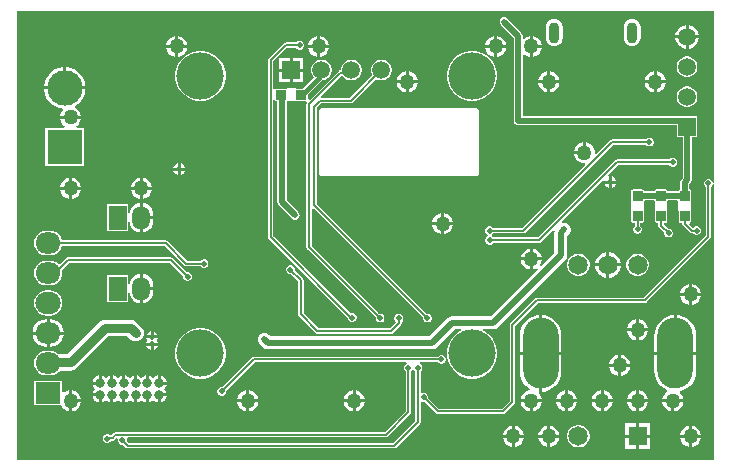
<source format=gbl>
G04*
G04 #@! TF.GenerationSoftware,Altium Limited,Altium Designer,23.4.1 (23)*
G04*
G04 Layer_Physical_Order=4*
G04 Layer_Color=16711680*
%FSLAX44Y44*%
%MOMM*%
G71*
G04*
G04 #@! TF.SameCoordinates,B15F27E1-BD37-4E37-B4E4-94D8F929397A*
G04*
G04*
G04 #@! TF.FilePolarity,Positive*
G04*
G01*
G75*
%ADD11C,0.2000*%
G04:AMPARAMS|DCode=24|XSize=0.9mm|YSize=0.8mm|CornerRadius=0.06mm|HoleSize=0mm|Usage=FLASHONLY|Rotation=90.000|XOffset=0mm|YOffset=0mm|HoleType=Round|Shape=RoundedRectangle|*
%AMROUNDEDRECTD24*
21,1,0.9000,0.6800,0,0,90.0*
21,1,0.7800,0.8000,0,0,90.0*
1,1,0.1200,0.3400,0.3900*
1,1,0.1200,0.3400,-0.3900*
1,1,0.1200,-0.3400,-0.3900*
1,1,0.1200,-0.3400,0.3900*
%
%ADD24ROUNDEDRECTD24*%
G04:AMPARAMS|DCode=29|XSize=0.9mm|YSize=0.8mm|CornerRadius=0.06mm|HoleSize=0mm|Usage=FLASHONLY|Rotation=0.000|XOffset=0mm|YOffset=0mm|HoleType=Round|Shape=RoundedRectangle|*
%AMROUNDEDRECTD29*
21,1,0.9000,0.6800,0,0,0.0*
21,1,0.7800,0.8000,0,0,0.0*
1,1,0.1200,0.3900,-0.3400*
1,1,0.1200,-0.3900,-0.3400*
1,1,0.1200,-0.3900,0.3400*
1,1,0.1200,0.3900,0.3400*
%
%ADD29ROUNDEDRECTD29*%
%ADD81C,0.8000*%
%ADD82C,0.5000*%
%ADD85C,0.4000*%
%ADD87R,1.5000X2.0000*%
%ADD88O,1.5000X2.0000*%
%ADD89C,1.5000*%
%ADD90R,1.5000X1.5000*%
%ADD91O,2.1336X1.8796*%
%ADD92O,2.1336X1.8288*%
%ADD93R,2.1336X1.8288*%
%ADD94R,1.5000X1.5000*%
%ADD95C,4.0000*%
%ADD96C,0.5000*%
%ADD97O,0.9000X1.8000*%
%ADD98R,1.6500X1.6500*%
%ADD99C,1.6500*%
%ADD100O,3.0000X6.0000*%
%ADD101R,3.0000X3.0000*%
%ADD102C,3.0000*%
%ADD103C,1.2700*%
%ADD104C,0.8000*%
G36*
X590000Y234794D02*
X588750Y234746D01*
X588179Y236124D01*
X587124Y237179D01*
X585746Y237750D01*
X584254D01*
X582876Y237179D01*
X581821Y236124D01*
X581250Y234746D01*
Y233254D01*
X581821Y231876D01*
X582706Y230991D01*
Y189950D01*
X530050Y137294D01*
X440000D01*
X439122Y137120D01*
X438378Y136622D01*
X417378Y115622D01*
X416880Y114878D01*
X416706Y114000D01*
Y49950D01*
X410050Y43294D01*
X356950D01*
X347750Y52494D01*
Y53746D01*
X347179Y55124D01*
X346124Y56179D01*
X344746Y56750D01*
X343254D01*
X342564Y56464D01*
X341294Y57257D01*
Y74991D01*
X342179Y75876D01*
X342750Y77254D01*
Y78746D01*
X342179Y80124D01*
X341124Y81179D01*
X340504Y81436D01*
X340757Y82706D01*
X355991D01*
X356876Y81821D01*
X358254Y81250D01*
X359746D01*
X361124Y81821D01*
X362179Y82876D01*
X362750Y84254D01*
Y85746D01*
X362179Y87124D01*
X361124Y88179D01*
X359746Y88750D01*
X358254D01*
X356876Y88179D01*
X355991Y87294D01*
X200000D01*
X199122Y87120D01*
X198378Y86622D01*
X173506Y61750D01*
X172254D01*
X170876Y61179D01*
X169821Y60124D01*
X169250Y58746D01*
Y57254D01*
X169821Y55876D01*
X170876Y54821D01*
X172254Y54250D01*
X173746D01*
X175124Y54821D01*
X176179Y55876D01*
X176750Y57254D01*
Y58506D01*
X200950Y82706D01*
X329243D01*
X329496Y81436D01*
X328876Y81179D01*
X327821Y80124D01*
X327250Y78746D01*
Y77254D01*
X327821Y75876D01*
X328706Y74991D01*
Y41450D01*
X310800Y23544D01*
X83250D01*
X82372Y23370D01*
X81628Y22872D01*
X80378Y21622D01*
X80378Y21622D01*
X79712Y20956D01*
X78347D01*
X78124Y21179D01*
X76746Y21750D01*
X75254D01*
X73876Y21179D01*
X72821Y20124D01*
X72250Y18746D01*
Y17254D01*
X72821Y15876D01*
X73876Y14821D01*
X75254Y14250D01*
X76746D01*
X78124Y14821D01*
X79179Y15876D01*
X79316Y16206D01*
X80500D01*
X81378Y16381D01*
X82122Y16878D01*
X83410Y18165D01*
X84055Y18102D01*
X85075Y17246D01*
Y15754D01*
X85646Y14376D01*
X86701Y13321D01*
X88079Y12750D01*
X89331D01*
X91703Y10378D01*
X92447Y9880D01*
X93325Y9706D01*
X319000D01*
X319878Y9880D01*
X320622Y10378D01*
X340622Y30378D01*
X341119Y31122D01*
X341294Y32000D01*
Y48743D01*
X342564Y49536D01*
X343254Y49250D01*
X344506D01*
X354378Y39378D01*
X355122Y38881D01*
X356000Y38706D01*
X411000D01*
X411878Y38881D01*
X412622Y39378D01*
X420622Y47378D01*
X421119Y48122D01*
X421294Y49000D01*
Y113050D01*
X440950Y132706D01*
X531000D01*
X531878Y132881D01*
X532622Y133378D01*
X586622Y187378D01*
X587119Y188122D01*
X587294Y189000D01*
Y230991D01*
X588179Y231876D01*
X588750Y233254D01*
X590000Y233206D01*
Y0D01*
X0D01*
Y380000D01*
X590000D01*
Y234794D01*
D02*
G37*
G36*
X335821Y75876D02*
X336706Y74991D01*
Y32950D01*
X318050Y14294D01*
X94275D01*
X92575Y15994D01*
Y17246D01*
X92393Y17686D01*
X93241Y18956D01*
X311750D01*
X312628Y19131D01*
X313372Y19628D01*
X332622Y38878D01*
X333120Y39622D01*
X333294Y40500D01*
Y74991D01*
X334179Y75876D01*
X334313Y76198D01*
X335687D01*
X335821Y75876D01*
D02*
G37*
%LPC*%
G36*
X568322Y368140D02*
X568270D01*
Y359370D01*
X577040D01*
Y359421D01*
X576356Y361975D01*
X575034Y364264D01*
X573164Y366134D01*
X570875Y367455D01*
X568322Y368140D01*
D02*
G37*
G36*
X565730D02*
X565678D01*
X563125Y367455D01*
X560835Y366134D01*
X558966Y364264D01*
X557644Y361975D01*
X556960Y359421D01*
Y359370D01*
X565730D01*
Y368140D01*
D02*
G37*
G36*
X436270Y358863D02*
Y351270D01*
X443863D01*
X443284Y353431D01*
X442113Y355458D01*
X440458Y357113D01*
X438431Y358284D01*
X436270Y358863D01*
D02*
G37*
G36*
X406270D02*
Y351270D01*
X413863D01*
X413284Y353431D01*
X412113Y355458D01*
X410458Y357113D01*
X408431Y358284D01*
X406270Y358863D01*
D02*
G37*
G36*
X403730D02*
X401568Y358284D01*
X399541Y357113D01*
X397886Y355458D01*
X396716Y353431D01*
X396136Y351270D01*
X403730D01*
Y358863D01*
D02*
G37*
G36*
X256270D02*
Y351270D01*
X263863D01*
X263284Y353431D01*
X262113Y355458D01*
X260458Y357113D01*
X258431Y358284D01*
X256270Y358863D01*
D02*
G37*
G36*
X253730D02*
X251568Y358284D01*
X249541Y357113D01*
X247886Y355458D01*
X246716Y353431D01*
X246136Y351270D01*
X253730D01*
Y358863D01*
D02*
G37*
G36*
X136270D02*
Y351270D01*
X143863D01*
X143284Y353431D01*
X142114Y355458D01*
X140458Y357113D01*
X138431Y358284D01*
X136270Y358863D01*
D02*
G37*
G36*
X133730D02*
X131568Y358284D01*
X129541Y357113D01*
X127886Y355458D01*
X126716Y353431D01*
X126137Y351270D01*
X133730D01*
Y358863D01*
D02*
G37*
G36*
X520500Y373351D02*
X518662Y373109D01*
X516950Y372399D01*
X515479Y371271D01*
X514351Y369800D01*
X513641Y368088D01*
X513399Y366250D01*
Y357250D01*
X513641Y355412D01*
X514351Y353700D01*
X515479Y352229D01*
X516950Y351101D01*
X518662Y350391D01*
X520500Y350149D01*
X522338Y350391D01*
X524050Y351101D01*
X525521Y352229D01*
X526649Y353700D01*
X527359Y355412D01*
X527601Y357250D01*
Y366250D01*
X527359Y368088D01*
X526649Y369800D01*
X525521Y371271D01*
X524050Y372399D01*
X522338Y373109D01*
X520500Y373351D01*
D02*
G37*
G36*
X454500D02*
X452662Y373109D01*
X450950Y372399D01*
X449479Y371271D01*
X448351Y369800D01*
X447641Y368088D01*
X447399Y366250D01*
Y357250D01*
X447641Y355412D01*
X448351Y353700D01*
X449479Y352229D01*
X450950Y351101D01*
X452662Y350391D01*
X454500Y350149D01*
X456338Y350391D01*
X458050Y351101D01*
X459521Y352229D01*
X460649Y353700D01*
X461359Y355412D01*
X461601Y357250D01*
Y366250D01*
X461359Y368088D01*
X460649Y369800D01*
X459521Y371271D01*
X458050Y372399D01*
X456338Y373109D01*
X454500Y373351D01*
D02*
G37*
G36*
X577040Y356830D02*
X568270D01*
Y348060D01*
X568322D01*
X570875Y348744D01*
X573164Y350066D01*
X575034Y351935D01*
X576356Y354224D01*
X577040Y356778D01*
Y356830D01*
D02*
G37*
G36*
X565730D02*
X556960D01*
Y356778D01*
X557644Y354224D01*
X558966Y351935D01*
X560835Y350066D01*
X563125Y348744D01*
X565678Y348060D01*
X565730D01*
Y356830D01*
D02*
G37*
G36*
X239746Y354750D02*
X238254D01*
X236876Y354179D01*
X235991Y353294D01*
X227000D01*
X226122Y353120D01*
X225378Y352622D01*
X212878Y340122D01*
X212381Y339378D01*
X212206Y338500D01*
Y188500D01*
X212381Y187622D01*
X212878Y186878D01*
X279609Y120147D01*
Y119613D01*
X280180Y118235D01*
X281234Y117180D01*
X282613Y116609D01*
X284105D01*
X285483Y117180D01*
X286538Y118235D01*
X287109Y119613D01*
Y121105D01*
X286538Y122483D01*
X285483Y123538D01*
X284105Y124109D01*
X282613D01*
X282275Y123969D01*
X216794Y189450D01*
Y304209D01*
X218064Y304569D01*
X218266Y304266D01*
X218878Y303857D01*
X219600Y303714D01*
X220177D01*
Y300000D01*
Y218000D01*
X220468Y216537D01*
X221296Y215296D01*
X232296Y204296D01*
X232610Y204087D01*
X232876Y203821D01*
X233224Y203677D01*
X233537Y203468D01*
X233906Y203394D01*
X234254Y203250D01*
X234631D01*
X235000Y203177D01*
X235369Y203250D01*
X235746D01*
X236094Y203394D01*
X236463Y203468D01*
X236776Y203677D01*
X237124Y203821D01*
X237390Y204087D01*
X237704Y204296D01*
X237913Y204610D01*
X238179Y204876D01*
X238323Y205224D01*
X238532Y205537D01*
X238606Y205906D01*
X238750Y206254D01*
Y206631D01*
X238823Y207000D01*
X238750Y207369D01*
Y207746D01*
X238606Y208094D01*
X238532Y208463D01*
X238323Y208776D01*
X238179Y209124D01*
X237913Y209391D01*
X237704Y209704D01*
X227823Y219584D01*
Y300000D01*
Y303529D01*
X228000Y303647D01*
X236000D01*
X236303Y303773D01*
X236600Y303714D01*
X244400D01*
X244741Y303782D01*
X245365Y302645D01*
X245372Y302613D01*
X244881Y301878D01*
X244706Y301000D01*
Y180000D01*
X244881Y179122D01*
X245378Y178378D01*
X303250Y120506D01*
Y119254D01*
X303821Y117876D01*
X304876Y116821D01*
X306254Y116250D01*
X307746D01*
X309124Y116821D01*
X310179Y117876D01*
X310750Y119254D01*
Y120746D01*
X310179Y122124D01*
X309124Y123179D01*
X307746Y123750D01*
X306494D01*
X249294Y180950D01*
Y212666D01*
X250564Y213192D01*
X343250Y120506D01*
Y119254D01*
X343821Y117876D01*
X344876Y116821D01*
X346254Y116250D01*
X347746D01*
X349124Y116821D01*
X350179Y117876D01*
X350750Y119254D01*
Y120746D01*
X350179Y122124D01*
X349124Y123179D01*
X347746Y123750D01*
X346494D01*
X253294Y216950D01*
Y298050D01*
X256950Y301706D01*
X282099D01*
X282977Y301880D01*
X283722Y302378D01*
X303751Y322407D01*
X304722Y321847D01*
X306948Y321250D01*
X309252D01*
X311477Y321847D01*
X313472Y322998D01*
X315101Y324627D01*
X316253Y326623D01*
X316850Y328848D01*
Y331152D01*
X316253Y333378D01*
X315101Y335373D01*
X313472Y337002D01*
X311477Y338154D01*
X309252Y338750D01*
X306948D01*
X304722Y338154D01*
X302727Y337002D01*
X301098Y335373D01*
X299946Y333378D01*
X299350Y331152D01*
Y328848D01*
X299946Y326623D01*
X300507Y325652D01*
X281149Y306294D01*
X257334D01*
X256808Y307564D01*
X274207Y324963D01*
X275576Y324839D01*
X275698Y324627D01*
X277327Y322998D01*
X279322Y321847D01*
X281548Y321250D01*
X283852D01*
X286077Y321847D01*
X288072Y322998D01*
X289701Y324627D01*
X290853Y326623D01*
X291450Y328848D01*
Y331152D01*
X290853Y333378D01*
X289701Y335373D01*
X288072Y337002D01*
X286077Y338154D01*
X283852Y338750D01*
X281548D01*
X279322Y338154D01*
X277327Y337002D01*
X275698Y335373D01*
X274546Y333378D01*
X273950Y331152D01*
Y329807D01*
X273513D01*
X272635Y329632D01*
X271891Y329135D01*
X247389Y304633D01*
X246218Y305259D01*
X246286Y305600D01*
Y309600D01*
X257539Y320853D01*
X257804Y321250D01*
X258452D01*
X260678Y321846D01*
X262673Y322998D01*
X264302Y324627D01*
X265454Y326622D01*
X266050Y328848D01*
Y331152D01*
X265454Y333377D01*
X264302Y335373D01*
X262673Y337002D01*
X260678Y338153D01*
X258452Y338750D01*
X256148D01*
X253923Y338153D01*
X251928Y337002D01*
X250299Y335373D01*
X249147Y333377D01*
X248550Y331152D01*
Y328848D01*
X249147Y326622D01*
X250299Y324627D01*
X251120Y323806D01*
X241600Y314286D01*
X236600D01*
X236304Y314227D01*
X236000Y314353D01*
X228000D01*
X227696Y314227D01*
X227400Y314286D01*
X219600D01*
X218878Y314143D01*
X218266Y313734D01*
X218064Y313431D01*
X216794Y313791D01*
Y337550D01*
X227950Y348706D01*
X235991D01*
X236876Y347821D01*
X238254Y347250D01*
X239746D01*
X241124Y347821D01*
X242179Y348876D01*
X242750Y350254D01*
Y351746D01*
X242179Y353124D01*
X241124Y354179D01*
X239746Y354750D01*
D02*
G37*
G36*
X443863Y348730D02*
X436270D01*
Y341136D01*
X438431Y341716D01*
X440458Y342886D01*
X442113Y344541D01*
X443284Y346568D01*
X443863Y348730D01*
D02*
G37*
G36*
X412000Y374823D02*
X411631Y374750D01*
X411254D01*
X410906Y374606D01*
X410537Y374532D01*
X410224Y374323D01*
X409876Y374179D01*
X409609Y373913D01*
X409296Y373704D01*
X409087Y373391D01*
X408821Y373124D01*
X408677Y372776D01*
X408468Y372463D01*
X408394Y372094D01*
X408250Y371746D01*
Y371369D01*
X408176Y371000D01*
X408250Y370631D01*
Y370254D01*
X408394Y369906D01*
X408468Y369537D01*
X408677Y369224D01*
X408821Y368876D01*
X409087Y368610D01*
X409296Y368296D01*
X420177Y357416D01*
Y287000D01*
X420250Y286631D01*
Y286254D01*
X420394Y285906D01*
X420468Y285537D01*
X420677Y285224D01*
X420821Y284876D01*
X421087Y284610D01*
X421296Y284296D01*
X421396Y284197D01*
X421709Y283988D01*
X421876Y283821D01*
X422094Y283731D01*
X422636Y283368D01*
X424100Y283077D01*
X424100Y283077D01*
X558250D01*
Y273150D01*
X563177D01*
Y252001D01*
X563176Y252000D01*
Y238584D01*
X562296Y237704D01*
X561468Y236463D01*
X561176Y235000D01*
Y229202D01*
X560878Y229143D01*
X560266Y228734D01*
X559857Y228122D01*
X559714Y227400D01*
Y227323D01*
X550286D01*
Y227400D01*
X550143Y228122D01*
X549734Y228734D01*
X549122Y229143D01*
X548400Y229286D01*
X541600D01*
X540878Y229143D01*
X540266Y228734D01*
X539857Y228122D01*
X539714Y227400D01*
Y227323D01*
X530286D01*
Y227400D01*
X530143Y228122D01*
X529734Y228734D01*
X529122Y229143D01*
X528400Y229286D01*
X521600D01*
X520878Y229143D01*
X520266Y228734D01*
X519857Y228122D01*
X519714Y227400D01*
Y219600D01*
X519773Y219303D01*
X519647Y219000D01*
Y211000D01*
X519773Y210697D01*
X519714Y210400D01*
Y202600D01*
X519857Y201878D01*
X520266Y201266D01*
X520878Y200857D01*
X521600Y200714D01*
X522706D01*
Y198009D01*
X521821Y197124D01*
X521250Y195746D01*
Y194254D01*
X521821Y192876D01*
X522876Y191821D01*
X524254Y191250D01*
X525746D01*
X527124Y191821D01*
X528179Y192876D01*
X528750Y194254D01*
Y195746D01*
X528179Y197124D01*
X527294Y198009D01*
Y200714D01*
X528400D01*
X529122Y200857D01*
X529734Y201266D01*
X530143Y201878D01*
X530286Y202600D01*
Y210400D01*
X530227Y210696D01*
X530353Y211000D01*
Y219000D01*
X531448Y219676D01*
X538552D01*
X539647Y219000D01*
Y211000D01*
X539773Y210697D01*
X539714Y210400D01*
Y202600D01*
X539857Y201878D01*
X540266Y201266D01*
X540878Y200857D01*
X541600Y200714D01*
X542706D01*
Y198259D01*
X542881Y197381D01*
X543378Y196637D01*
X547527Y192488D01*
Y191236D01*
X548098Y189858D01*
X549153Y188803D01*
X550531Y188232D01*
X552023D01*
X553401Y188803D01*
X554456Y189858D01*
X555027Y191236D01*
Y192728D01*
X554456Y194106D01*
X553401Y195161D01*
X552023Y195732D01*
X550771D01*
X547294Y199209D01*
Y200714D01*
X548400D01*
X549122Y200857D01*
X549734Y201266D01*
X550143Y201878D01*
X550286Y202600D01*
Y210400D01*
X550227Y210697D01*
X550353Y211000D01*
Y219000D01*
X551448Y219676D01*
X558554D01*
X559648Y219000D01*
Y211000D01*
X559773Y210699D01*
X559714Y210400D01*
Y202600D01*
X559857Y201878D01*
X560266Y201266D01*
X560878Y200857D01*
X561600Y200714D01*
X562706D01*
Y200000D01*
X562881Y199122D01*
X563378Y198378D01*
X569378Y192378D01*
X570122Y191881D01*
X571000Y191706D01*
X571991D01*
X572876Y190821D01*
X574254Y190250D01*
X575746D01*
X577124Y190821D01*
X578179Y191876D01*
X578750Y193254D01*
Y194746D01*
X578179Y196124D01*
X577124Y197179D01*
X575746Y197750D01*
X574254D01*
X572876Y197179D01*
X571991Y196294D01*
X571950D01*
X568755Y199489D01*
X569120Y200852D01*
X569159Y200882D01*
X569734Y201266D01*
X570143Y201878D01*
X570286Y202600D01*
Y210400D01*
X570228Y210694D01*
X570354Y211000D01*
Y219000D01*
X570228Y219306D01*
X570286Y219600D01*
Y227400D01*
X570143Y228122D01*
X569734Y228734D01*
X569122Y229143D01*
X568823Y229202D01*
Y233416D01*
X569704Y234296D01*
X570532Y235537D01*
X570823Y237000D01*
Y251999D01*
X570824Y252000D01*
Y273150D01*
X575750D01*
Y290650D01*
X562370D01*
X562000Y290724D01*
X427823D01*
Y342808D01*
X429094Y343334D01*
X429541Y342886D01*
X431568Y341716D01*
X433730Y341136D01*
Y350000D01*
Y358863D01*
X431568Y358284D01*
X429541Y357113D01*
X429094Y356666D01*
X427823Y357192D01*
Y359000D01*
X427532Y360463D01*
X426704Y361704D01*
X426703Y361704D01*
X414704Y373704D01*
X414390Y373913D01*
X414124Y374179D01*
X413776Y374323D01*
X413463Y374532D01*
X413094Y374606D01*
X412746Y374750D01*
X412369D01*
X412000Y374823D01*
D02*
G37*
G36*
X413863Y348730D02*
X406270D01*
Y341136D01*
X408431Y341716D01*
X410458Y342886D01*
X412113Y344541D01*
X413284Y346568D01*
X413863Y348730D01*
D02*
G37*
G36*
X403730D02*
X396136D01*
X396716Y346568D01*
X397886Y344541D01*
X399541Y342886D01*
X401568Y341716D01*
X403730Y341136D01*
Y348730D01*
D02*
G37*
G36*
X263863D02*
X256270D01*
Y341136D01*
X258431Y341716D01*
X260458Y342886D01*
X262113Y344541D01*
X263284Y346568D01*
X263863Y348730D01*
D02*
G37*
G36*
X253730D02*
X246136D01*
X246716Y346568D01*
X247886Y344541D01*
X249541Y342886D01*
X251568Y341716D01*
X253730Y341136D01*
Y348730D01*
D02*
G37*
G36*
X143863D02*
X136270D01*
Y341136D01*
X138431Y341716D01*
X140458Y342886D01*
X142114Y344541D01*
X143284Y346568D01*
X143863Y348730D01*
D02*
G37*
G36*
X133730D02*
X126137D01*
X126716Y346568D01*
X127886Y344541D01*
X129541Y342886D01*
X131568Y341716D01*
X133730Y341136D01*
Y348730D01*
D02*
G37*
G36*
X241940Y340040D02*
X233170D01*
Y331270D01*
X241940D01*
Y340040D01*
D02*
G37*
G36*
X230630D02*
X221860D01*
Y331270D01*
X230630D01*
Y340040D01*
D02*
G37*
G36*
X568152Y341450D02*
X565848D01*
X563622Y340853D01*
X561627Y339701D01*
X559998Y338072D01*
X558846Y336077D01*
X558250Y333852D01*
Y331548D01*
X558846Y329322D01*
X559998Y327327D01*
X561627Y325698D01*
X563622Y324546D01*
X565848Y323950D01*
X568152D01*
X570377Y324546D01*
X572372Y325698D01*
X574002Y327327D01*
X575154Y329322D01*
X575750Y331548D01*
Y333852D01*
X575154Y336077D01*
X574002Y338072D01*
X572372Y339701D01*
X570377Y340853D01*
X568152Y341450D01*
D02*
G37*
G36*
X541270Y328863D02*
Y321270D01*
X548863D01*
X548284Y323431D01*
X547113Y325458D01*
X545458Y327113D01*
X543431Y328284D01*
X541270Y328863D01*
D02*
G37*
G36*
X538730D02*
X536568Y328284D01*
X534541Y327113D01*
X532886Y325458D01*
X531716Y323431D01*
X531136Y321270D01*
X538730D01*
Y328863D01*
D02*
G37*
G36*
X451270D02*
Y321270D01*
X458863D01*
X458284Y323431D01*
X457113Y325458D01*
X455458Y327113D01*
X453431Y328284D01*
X451270Y328863D01*
D02*
G37*
G36*
X448730D02*
X446568Y328284D01*
X444541Y327113D01*
X442886Y325458D01*
X441716Y323431D01*
X441136Y321270D01*
X448730D01*
Y328863D01*
D02*
G37*
G36*
X331270D02*
Y321270D01*
X338863D01*
X338284Y323431D01*
X337113Y325458D01*
X335458Y327113D01*
X333431Y328284D01*
X331270Y328863D01*
D02*
G37*
G36*
X328730D02*
X326568Y328284D01*
X324541Y327113D01*
X322886Y325458D01*
X321716Y323431D01*
X321136Y321270D01*
X328730D01*
Y328863D01*
D02*
G37*
G36*
X241940Y328730D02*
X233170D01*
Y319960D01*
X241940D01*
Y328730D01*
D02*
G37*
G36*
X230630D02*
X221860D01*
Y319960D01*
X230630D01*
Y328730D01*
D02*
G37*
G36*
X41727Y332540D02*
X41270D01*
Y316270D01*
X57540D01*
Y316728D01*
X56866Y320116D01*
X55544Y323308D01*
X53624Y326181D01*
X51181Y328624D01*
X48308Y330544D01*
X45116Y331866D01*
X41727Y332540D01*
D02*
G37*
G36*
X38730D02*
X38273D01*
X34884Y331866D01*
X31692Y330544D01*
X28819Y328624D01*
X26376Y326181D01*
X24456Y323308D01*
X23134Y320116D01*
X22460Y316728D01*
Y316270D01*
X38730D01*
Y332540D01*
D02*
G37*
G36*
X548863Y318730D02*
X541270D01*
Y311136D01*
X543431Y311716D01*
X545458Y312886D01*
X547113Y314541D01*
X548284Y316568D01*
X548863Y318730D01*
D02*
G37*
G36*
X538730D02*
X531136D01*
X531716Y316568D01*
X532886Y314541D01*
X534541Y312886D01*
X536568Y311716D01*
X538730Y311136D01*
Y318730D01*
D02*
G37*
G36*
X458863D02*
X451270D01*
Y311136D01*
X453431Y311716D01*
X455458Y312886D01*
X457113Y314541D01*
X458284Y316568D01*
X458863Y318730D01*
D02*
G37*
G36*
X448730D02*
X441136D01*
X441716Y316568D01*
X442886Y314541D01*
X444541Y312886D01*
X446568Y311716D01*
X448730Y311136D01*
Y318730D01*
D02*
G37*
G36*
X338863D02*
X331270D01*
Y311136D01*
X333431Y311716D01*
X335458Y312886D01*
X337113Y314541D01*
X338284Y316568D01*
X338863Y318730D01*
D02*
G37*
G36*
X328730D02*
X321136D01*
X321716Y316568D01*
X322886Y314541D01*
X324541Y312886D01*
X326568Y311716D01*
X328730Y311136D01*
Y318730D01*
D02*
G37*
G36*
X387093Y346250D02*
X382907D01*
X378802Y345433D01*
X374934Y343831D01*
X371454Y341506D01*
X368494Y338546D01*
X366169Y335066D01*
X364567Y331198D01*
X363750Y327093D01*
Y322907D01*
X364567Y318802D01*
X366169Y314934D01*
X368494Y311454D01*
X371454Y308494D01*
X374934Y306168D01*
X378802Y304567D01*
X382907Y303750D01*
X387093D01*
X391198Y304567D01*
X395066Y306168D01*
X398546Y308494D01*
X401506Y311454D01*
X403831Y314934D01*
X405433Y318802D01*
X406250Y322907D01*
Y327093D01*
X405433Y331198D01*
X403831Y335066D01*
X401506Y338546D01*
X398546Y341506D01*
X395066Y343831D01*
X391198Y345433D01*
X387093Y346250D01*
D02*
G37*
G36*
X157093D02*
X152907D01*
X148802Y345433D01*
X144934Y343831D01*
X141454Y341506D01*
X138494Y338546D01*
X136168Y335066D01*
X134567Y331198D01*
X133750Y327093D01*
Y322907D01*
X134567Y318802D01*
X136168Y314934D01*
X138494Y311454D01*
X141454Y308494D01*
X144934Y306168D01*
X148802Y304567D01*
X152907Y303750D01*
X157093D01*
X161198Y304567D01*
X165066Y306168D01*
X168546Y308494D01*
X171506Y311454D01*
X173832Y314934D01*
X175433Y318802D01*
X176250Y322907D01*
Y327093D01*
X175433Y331198D01*
X173832Y335066D01*
X171506Y338546D01*
X168546Y341506D01*
X165066Y343831D01*
X161198Y345433D01*
X157093Y346250D01*
D02*
G37*
G36*
X568152Y316050D02*
X565848D01*
X563623Y315454D01*
X561628Y314302D01*
X559998Y312673D01*
X558847Y310678D01*
X558250Y308452D01*
Y306148D01*
X558847Y303923D01*
X559998Y301928D01*
X561628Y300299D01*
X563623Y299147D01*
X565848Y298550D01*
X568152D01*
X570378Y299147D01*
X572373Y300299D01*
X574002Y301928D01*
X575154Y303923D01*
X575750Y306148D01*
Y308452D01*
X575154Y310678D01*
X574002Y312673D01*
X572373Y314302D01*
X570378Y315454D01*
X568152Y316050D01*
D02*
G37*
G36*
X57540Y313730D02*
X40000D01*
X22460D01*
Y313272D01*
X23134Y309884D01*
X24456Y306692D01*
X26376Y303819D01*
X28819Y301376D01*
X31692Y299456D01*
X34884Y298134D01*
X38122Y297490D01*
X38382Y297056D01*
X38618Y296190D01*
X37886Y295458D01*
X36716Y293431D01*
X36137Y291270D01*
X53863D01*
X53284Y293431D01*
X52114Y295458D01*
X50458Y297113D01*
X48584Y298196D01*
X48455Y298784D01*
X48496Y299582D01*
X51181Y301376D01*
X53624Y303819D01*
X55544Y306692D01*
X56866Y309884D01*
X57540Y313272D01*
Y313730D01*
D02*
G37*
G36*
X478730Y268863D02*
X476568Y268284D01*
X474541Y267113D01*
X472886Y265458D01*
X471716Y263431D01*
X471136Y261270D01*
X478730D01*
Y268863D01*
D02*
G37*
G36*
X535746Y272750D02*
X534254D01*
X532876Y272179D01*
X531991Y271294D01*
X503300D01*
X502422Y271119D01*
X501678Y270622D01*
X490160Y259104D01*
X488890Y259630D01*
Y261170D01*
X488284Y263431D01*
X487113Y265458D01*
X485458Y267113D01*
X483431Y268284D01*
X481270Y268863D01*
Y260000D01*
X480000D01*
Y258730D01*
X471136D01*
X471716Y256568D01*
X472886Y254541D01*
X474541Y252886D01*
X476568Y251716D01*
X478829Y251110D01*
X480369D01*
X480896Y249840D01*
X427350Y196294D01*
X403009D01*
X402124Y197179D01*
X400746Y197750D01*
X399254D01*
X397876Y197179D01*
X396821Y196124D01*
X396250Y194746D01*
Y193254D01*
X396821Y191876D01*
X397876Y190821D01*
X398198Y190687D01*
Y189313D01*
X397876Y189179D01*
X396821Y188124D01*
X396250Y186746D01*
Y185254D01*
X396821Y183876D01*
X397876Y182821D01*
X399254Y182250D01*
X400746D01*
X402124Y182821D01*
X403009Y183706D01*
X442000D01*
X442878Y183881D01*
X443622Y184378D01*
X453558Y194313D01*
X454728Y193688D01*
X454392Y192000D01*
Y175323D01*
X443538Y164469D01*
X442522Y165248D01*
X443284Y166568D01*
X443863Y168730D01*
X436270D01*
Y161136D01*
X438431Y161716D01*
X439751Y162478D01*
X440531Y161462D01*
X400677Y121608D01*
X368000D01*
X365854Y121181D01*
X364035Y119965D01*
X348677Y104608D01*
X214323D01*
X212965Y105965D01*
X212506Y106272D01*
X212115Y106663D01*
X211605Y106874D01*
X211146Y107181D01*
X210604Y107289D01*
X210094Y107500D01*
X209542D01*
X209000Y107608D01*
X208458Y107500D01*
X207906D01*
X207396Y107289D01*
X206854Y107181D01*
X206395Y106874D01*
X205884Y106663D01*
X205494Y106272D01*
X205035Y105965D01*
X204728Y105506D01*
X204337Y105115D01*
X204126Y104605D01*
X203819Y104146D01*
X203711Y103604D01*
X203500Y103094D01*
Y102542D01*
X203392Y102000D01*
X203500Y101458D01*
Y100906D01*
X203711Y100396D01*
X203819Y99854D01*
X204126Y99395D01*
X204337Y98884D01*
X204728Y98494D01*
X205035Y98035D01*
X208035Y95035D01*
X209854Y93819D01*
X212000Y93392D01*
X351000D01*
X353146Y93819D01*
X354965Y95035D01*
X370323Y110392D01*
X375447D01*
X375695Y109147D01*
X374934Y108832D01*
X371454Y106506D01*
X368494Y103546D01*
X366169Y100066D01*
X364567Y96198D01*
X363750Y92093D01*
Y87907D01*
X364567Y83802D01*
X366169Y79934D01*
X368494Y76454D01*
X371454Y73494D01*
X374934Y71168D01*
X378802Y69567D01*
X382907Y68750D01*
X387093D01*
X391198Y69567D01*
X395066Y71168D01*
X398546Y73494D01*
X401506Y76454D01*
X403831Y79934D01*
X405433Y83802D01*
X406250Y87907D01*
Y92093D01*
X405433Y96198D01*
X403831Y100066D01*
X401506Y103546D01*
X398546Y106506D01*
X395066Y108832D01*
X394305Y109147D01*
X394553Y110392D01*
X403000D01*
X405146Y110819D01*
X406965Y112035D01*
X463965Y169035D01*
X465181Y170854D01*
X465608Y173000D01*
Y189677D01*
X466965Y191035D01*
X467272Y191494D01*
X467663Y191884D01*
X467874Y192395D01*
X468181Y192854D01*
X468289Y193396D01*
X468500Y193906D01*
Y194458D01*
X468608Y195000D01*
X468500Y195542D01*
Y196094D01*
X468289Y196604D01*
X468181Y197146D01*
X467874Y197605D01*
X467663Y198116D01*
X467272Y198506D01*
X466965Y198965D01*
X466506Y199272D01*
X466115Y199663D01*
X465605Y199874D01*
X465146Y200181D01*
X464604Y200289D01*
X464094Y200500D01*
X463542D01*
X463000Y200608D01*
X462458Y200500D01*
X461906D01*
X461396Y200289D01*
X461312Y200272D01*
X460687Y201443D01*
X495825Y236581D01*
X496435Y236270D01*
X500730D01*
Y240565D01*
X500420Y241175D01*
X508950Y249706D01*
X551991D01*
X552876Y248821D01*
X554254Y248250D01*
X555746D01*
X557124Y248821D01*
X558179Y249876D01*
X558750Y251254D01*
Y252746D01*
X558179Y254124D01*
X557124Y255179D01*
X555746Y255750D01*
X554254D01*
X552876Y255179D01*
X551991Y254294D01*
X508000D01*
X507122Y254119D01*
X506378Y253622D01*
X441050Y188294D01*
X403009D01*
X402124Y189179D01*
X401802Y189313D01*
Y190687D01*
X402124Y190821D01*
X403009Y191706D01*
X428300D01*
X429178Y191881D01*
X429922Y192378D01*
X504250Y266706D01*
X531991D01*
X532876Y265821D01*
X534254Y265250D01*
X535746D01*
X537124Y265821D01*
X538179Y266876D01*
X538750Y268254D01*
Y269746D01*
X538179Y271124D01*
X537124Y272179D01*
X535746Y272750D01*
D02*
G37*
G36*
X53863Y288730D02*
X36137D01*
X36716Y286568D01*
X37886Y284541D01*
X39541Y282886D01*
X40141Y282540D01*
X39800Y281270D01*
X23730D01*
Y248730D01*
X56270D01*
Y281270D01*
X50199D01*
X49859Y282540D01*
X50458Y282886D01*
X52114Y284541D01*
X53284Y286568D01*
X53863Y288730D01*
D02*
G37*
G36*
X138179Y250944D02*
Y247284D01*
X141839D01*
X141182Y248869D01*
X139764Y250287D01*
X138179Y250944D01*
D02*
G37*
G36*
X135639D02*
X134054Y250287D01*
X132637Y248869D01*
X131980Y247284D01*
X135639D01*
Y250944D01*
D02*
G37*
G36*
X141839Y244744D02*
X138179D01*
Y241085D01*
X139764Y241742D01*
X141182Y243159D01*
X141839Y244744D01*
D02*
G37*
G36*
X135639D02*
X131980D01*
X132637Y243159D01*
X134054Y241742D01*
X135639Y241085D01*
Y244744D01*
D02*
G37*
G36*
X389040Y297462D02*
X256960D01*
X256003Y297066D01*
X255607Y296109D01*
Y242007D01*
X256003Y241050D01*
X256960Y240654D01*
X389040D01*
X389997Y241050D01*
X390393Y242007D01*
Y296109D01*
X389997Y297066D01*
X389040Y297462D01*
D02*
G37*
G36*
X503270Y239929D02*
Y236270D01*
X506929D01*
X506273Y237855D01*
X504855Y239273D01*
X503270Y239929D01*
D02*
G37*
G36*
X106270Y238863D02*
Y231270D01*
X113863D01*
X113284Y233431D01*
X112114Y235458D01*
X110458Y237113D01*
X108431Y238284D01*
X106270Y238863D01*
D02*
G37*
G36*
X103730D02*
X101568Y238284D01*
X99541Y237113D01*
X97886Y235458D01*
X96716Y233431D01*
X96137Y231270D01*
X103730D01*
Y238863D01*
D02*
G37*
G36*
X46270D02*
Y231270D01*
X53863D01*
X53284Y233431D01*
X52114Y235458D01*
X50458Y237113D01*
X48431Y238284D01*
X46270Y238863D01*
D02*
G37*
G36*
X43730D02*
X41568Y238284D01*
X39541Y237113D01*
X37886Y235458D01*
X36716Y233431D01*
X36137Y231270D01*
X43730D01*
Y238863D01*
D02*
G37*
G36*
X506929Y233730D02*
X503270D01*
Y230071D01*
X504855Y230727D01*
X506273Y232145D01*
X506929Y233730D01*
D02*
G37*
G36*
X500730D02*
X497071D01*
X497727Y232145D01*
X499145Y230727D01*
X500730Y230071D01*
Y233730D01*
D02*
G37*
G36*
X113863Y228730D02*
X106270D01*
Y221136D01*
X108431Y221716D01*
X110458Y222886D01*
X112114Y224541D01*
X113284Y226568D01*
X113863Y228730D01*
D02*
G37*
G36*
X103730D02*
X96137D01*
X96716Y226568D01*
X97886Y224541D01*
X99541Y222886D01*
X101568Y221716D01*
X103730Y221136D01*
Y228730D01*
D02*
G37*
G36*
X53863D02*
X46270D01*
Y221136D01*
X48431Y221716D01*
X50458Y222886D01*
X52114Y224541D01*
X53284Y226568D01*
X53863Y228730D01*
D02*
G37*
G36*
X43730D02*
X36137D01*
X36716Y226568D01*
X37886Y224541D01*
X39541Y222886D01*
X41568Y221716D01*
X43730Y221136D01*
Y228730D01*
D02*
G37*
G36*
X103730Y217460D02*
X102379Y217282D01*
X99937Y216270D01*
X97839Y214661D01*
X96230Y212563D01*
X95218Y210121D01*
X95040Y208766D01*
X93770Y208849D01*
Y216270D01*
X76230D01*
Y193730D01*
X93770D01*
Y201151D01*
X95040Y201234D01*
X95218Y199879D01*
X96230Y197437D01*
X97839Y195339D01*
X99937Y193730D01*
X102379Y192718D01*
X103730Y192541D01*
Y205000D01*
Y217460D01*
D02*
G37*
G36*
X106270D02*
Y206270D01*
X115127D01*
Y207500D01*
X114782Y210121D01*
X113770Y212563D01*
X112161Y214661D01*
X110063Y216270D01*
X107621Y217282D01*
X106270Y217460D01*
D02*
G37*
G36*
X361270Y208863D02*
Y201270D01*
X368863D01*
X368284Y203431D01*
X367113Y205458D01*
X365458Y207114D01*
X363431Y208284D01*
X361270Y208863D01*
D02*
G37*
G36*
X358730D02*
X356568Y208284D01*
X354541Y207114D01*
X352886Y205458D01*
X351716Y203431D01*
X351136Y201270D01*
X358730D01*
Y208863D01*
D02*
G37*
G36*
X115127Y203730D02*
X106270D01*
Y192541D01*
X107621Y192718D01*
X110063Y193730D01*
X112161Y195339D01*
X113770Y197437D01*
X114782Y199879D01*
X115127Y202500D01*
Y203730D01*
D02*
G37*
G36*
X368863Y198730D02*
X361270D01*
Y191136D01*
X363431Y191716D01*
X365458Y192886D01*
X367113Y194541D01*
X368284Y196568D01*
X368863Y198730D01*
D02*
G37*
G36*
X358730D02*
X351136D01*
X351716Y196568D01*
X352886Y194541D01*
X354541Y192886D01*
X356568Y191716D01*
X358730Y191136D01*
Y198730D01*
D02*
G37*
G36*
X436270Y178863D02*
Y171270D01*
X443863D01*
X443284Y173431D01*
X442113Y175458D01*
X440458Y177114D01*
X438431Y178284D01*
X436270Y178863D01*
D02*
G37*
G36*
X433730D02*
X431568Y178284D01*
X429541Y177114D01*
X427886Y175458D01*
X426716Y173431D01*
X426136Y171270D01*
X433730D01*
Y178863D01*
D02*
G37*
G36*
X501421Y175790D02*
X501270D01*
Y166270D01*
X510790D01*
Y166420D01*
X510055Y169165D01*
X508634Y171625D01*
X506625Y173634D01*
X504165Y175055D01*
X501421Y175790D01*
D02*
G37*
G36*
X498730D02*
X498579D01*
X495835Y175055D01*
X493375Y173634D01*
X491366Y171625D01*
X489945Y169165D01*
X489210Y166420D01*
Y166270D01*
X498730D01*
Y175790D01*
D02*
G37*
G36*
X130000Y171294D02*
X42424D01*
X41546Y171119D01*
X40802Y170622D01*
X35646Y165467D01*
X34937Y165513D01*
X32766Y167179D01*
X30237Y168227D01*
X27524Y168584D01*
X24476D01*
X21763Y168227D01*
X19234Y167179D01*
X17063Y165513D01*
X15397Y163342D01*
X14349Y160813D01*
X13992Y158100D01*
X14349Y155387D01*
X15397Y152858D01*
X17063Y150687D01*
X19234Y149021D01*
X21763Y147973D01*
X24476Y147616D01*
X27524D01*
X30237Y147973D01*
X32766Y149021D01*
X34937Y150687D01*
X36603Y152858D01*
X37650Y155387D01*
X38008Y158100D01*
X37650Y160813D01*
X37601Y160933D01*
X43374Y166706D01*
X129050D01*
X140250Y155506D01*
Y154254D01*
X140821Y152876D01*
X141876Y151821D01*
X143254Y151250D01*
X144746D01*
X146124Y151821D01*
X147179Y152876D01*
X147750Y154254D01*
Y155746D01*
X147179Y157124D01*
X146124Y158179D01*
X144746Y158750D01*
X143494D01*
X131622Y170622D01*
X130878Y171119D01*
X130000Y171294D01*
D02*
G37*
G36*
X27524Y193984D02*
X24476D01*
X21763Y193626D01*
X19234Y192579D01*
X17063Y190913D01*
X15397Y188742D01*
X14349Y186213D01*
X13992Y183500D01*
X14349Y180787D01*
X15397Y178258D01*
X17063Y176087D01*
X19234Y174421D01*
X21763Y173374D01*
X24476Y173016D01*
X27524D01*
X30237Y173374D01*
X32766Y174421D01*
X34937Y176087D01*
X36603Y178258D01*
X37650Y180787D01*
X37706Y181206D01*
X124550D01*
X141378Y164378D01*
X142122Y163881D01*
X143000Y163706D01*
X154991D01*
X155876Y162821D01*
X157254Y162250D01*
X158746D01*
X160124Y162821D01*
X161179Y163876D01*
X161750Y165254D01*
Y166746D01*
X161179Y168124D01*
X160124Y169179D01*
X158746Y169750D01*
X157254D01*
X155876Y169179D01*
X154991Y168294D01*
X143950D01*
X127122Y185122D01*
X126378Y185620D01*
X125500Y185794D01*
X37706D01*
X37650Y186213D01*
X36603Y188742D01*
X34937Y190913D01*
X32766Y192579D01*
X30237Y193626D01*
X27524Y193984D01*
D02*
G37*
G36*
X433730Y168730D02*
X426136D01*
X426716Y166568D01*
X427886Y164541D01*
X429541Y162886D01*
X431568Y161716D01*
X433730Y161136D01*
Y168730D01*
D02*
G37*
G36*
X526251Y174500D02*
X523749D01*
X521333Y173853D01*
X519167Y172602D01*
X517398Y170833D01*
X516147Y168667D01*
X515500Y166251D01*
Y163749D01*
X516147Y161333D01*
X517398Y159167D01*
X519167Y157398D01*
X521333Y156147D01*
X523749Y155500D01*
X526251D01*
X528667Y156147D01*
X530833Y157398D01*
X532602Y159167D01*
X533853Y161333D01*
X534500Y163749D01*
Y166251D01*
X533853Y168667D01*
X532602Y170833D01*
X530833Y172602D01*
X528667Y173853D01*
X526251Y174500D01*
D02*
G37*
G36*
X476251D02*
X473749D01*
X471333Y173853D01*
X469167Y172602D01*
X467398Y170833D01*
X466147Y168667D01*
X465500Y166251D01*
Y163749D01*
X466147Y161333D01*
X467398Y159167D01*
X469167Y157398D01*
X471333Y156147D01*
X473749Y155500D01*
X476251D01*
X478667Y156147D01*
X480833Y157398D01*
X482602Y159167D01*
X483853Y161333D01*
X484500Y163749D01*
Y166251D01*
X483853Y168667D01*
X482602Y170833D01*
X480833Y172602D01*
X478667Y173853D01*
X476251Y174500D01*
D02*
G37*
G36*
X510790Y163730D02*
X501270D01*
Y154210D01*
X501421D01*
X504165Y154945D01*
X506625Y156366D01*
X508634Y158375D01*
X510055Y160835D01*
X510790Y163580D01*
Y163730D01*
D02*
G37*
G36*
X498730D02*
X489210D01*
Y163580D01*
X489945Y160835D01*
X491366Y158375D01*
X493375Y156366D01*
X495835Y154945D01*
X498579Y154210D01*
X498730D01*
Y163730D01*
D02*
G37*
G36*
X103730Y157459D02*
X102379Y157282D01*
X99937Y156270D01*
X97839Y154661D01*
X96230Y152563D01*
X95218Y150121D01*
X95040Y148765D01*
X93770Y148849D01*
Y156270D01*
X76230D01*
Y133730D01*
X93770D01*
Y141151D01*
X95040Y141235D01*
X95218Y139879D01*
X96230Y137437D01*
X97839Y135339D01*
X99937Y133730D01*
X102379Y132718D01*
X103730Y132541D01*
Y145000D01*
Y157459D01*
D02*
G37*
G36*
X106270Y157459D02*
Y146270D01*
X115127D01*
Y147500D01*
X114782Y150121D01*
X113770Y152563D01*
X112161Y154661D01*
X110063Y156270D01*
X107621Y157282D01*
X106270Y157459D01*
D02*
G37*
G36*
X571270Y148863D02*
Y141270D01*
X578863D01*
X578284Y143431D01*
X577113Y145458D01*
X575458Y147114D01*
X573431Y148284D01*
X571270Y148863D01*
D02*
G37*
G36*
X568730D02*
X566568Y148284D01*
X564541Y147114D01*
X562886Y145458D01*
X561716Y143431D01*
X561136Y141270D01*
X568730D01*
Y148863D01*
D02*
G37*
G36*
X115127Y143730D02*
X106270D01*
Y132541D01*
X107621Y132718D01*
X110063Y133730D01*
X112161Y135339D01*
X113770Y137437D01*
X114782Y139879D01*
X115127Y142500D01*
Y143730D01*
D02*
G37*
G36*
X578863Y138730D02*
X571270D01*
Y131137D01*
X573431Y131716D01*
X575458Y132886D01*
X577113Y134541D01*
X578284Y136568D01*
X578863Y138730D01*
D02*
G37*
G36*
X568730D02*
X561136D01*
X561716Y136568D01*
X562886Y134541D01*
X564541Y132886D01*
X566568Y131716D01*
X568730Y131137D01*
Y138730D01*
D02*
G37*
G36*
X27270Y143460D02*
X24730D01*
X21945Y143093D01*
X19350Y142018D01*
X17121Y140309D01*
X15411Y138080D01*
X14337Y135485D01*
X13970Y132700D01*
X14337Y129915D01*
X15411Y127320D01*
X17121Y125091D01*
X19350Y123382D01*
X21945Y122307D01*
X24730Y121940D01*
X27270D01*
X30055Y122307D01*
X32650Y123382D01*
X34878Y125091D01*
X36588Y127320D01*
X37663Y129915D01*
X38030Y132700D01*
X37663Y135485D01*
X36588Y138080D01*
X34878Y140309D01*
X32650Y142018D01*
X30055Y143093D01*
X27270Y143460D01*
D02*
G37*
G36*
X526270Y118863D02*
Y111270D01*
X533863D01*
X533284Y113431D01*
X532113Y115458D01*
X530458Y117114D01*
X528431Y118284D01*
X526270Y118863D01*
D02*
G37*
G36*
X523730D02*
X521568Y118284D01*
X519541Y117114D01*
X517886Y115458D01*
X516716Y113431D01*
X516136Y111270D01*
X523730D01*
Y118863D01*
D02*
G37*
G36*
X27524Y119085D02*
X27270D01*
Y108570D01*
X39142D01*
X38907Y110350D01*
X37730Y113192D01*
X35857Y115633D01*
X33416Y117506D01*
X30574Y118683D01*
X27524Y119085D01*
D02*
G37*
G36*
X24730D02*
X24476D01*
X21426Y118683D01*
X18584Y117506D01*
X16143Y115633D01*
X14270Y113192D01*
X13093Y110350D01*
X12858Y108570D01*
X24730D01*
Y119085D01*
D02*
G37*
G36*
X231746Y164750D02*
X230254D01*
X228876Y164179D01*
X227821Y163124D01*
X227250Y161746D01*
Y160254D01*
X227821Y158876D01*
X228876Y157821D01*
X230254Y157250D01*
X231506D01*
X237706Y151050D01*
Y123000D01*
X237881Y122122D01*
X238378Y121378D01*
X252378Y107378D01*
X253122Y106881D01*
X254000Y106706D01*
X316000D01*
X316878Y106881D01*
X317622Y107378D01*
X324622Y114378D01*
X325119Y115122D01*
X325294Y116000D01*
Y116991D01*
X326179Y117876D01*
X326750Y119254D01*
Y120746D01*
X326179Y122124D01*
X325124Y123179D01*
X323746Y123750D01*
X322254D01*
X320876Y123179D01*
X319821Y122124D01*
X319250Y120746D01*
Y119254D01*
X319821Y117876D01*
X320706Y116991D01*
Y116950D01*
X315050Y111294D01*
X254950D01*
X242294Y123950D01*
Y152000D01*
X242120Y152878D01*
X241622Y153622D01*
X234750Y160494D01*
Y161746D01*
X234179Y163124D01*
X233124Y164179D01*
X231746Y164750D01*
D02*
G37*
G36*
X115270Y108929D02*
Y105270D01*
X118929D01*
X118273Y106855D01*
X116855Y108273D01*
X115270Y108929D01*
D02*
G37*
G36*
X112730D02*
X111145Y108273D01*
X109727Y106855D01*
X109071Y105270D01*
X112730D01*
Y108929D01*
D02*
G37*
G36*
X533863Y108730D02*
X526270D01*
Y101137D01*
X528431Y101716D01*
X530458Y102886D01*
X532113Y104541D01*
X533284Y106568D01*
X533863Y108730D01*
D02*
G37*
G36*
X523730D02*
X516136D01*
X516716Y106568D01*
X517886Y104541D01*
X519541Y102886D01*
X521568Y101716D01*
X523730Y101137D01*
Y108730D01*
D02*
G37*
G36*
X95814Y118747D02*
X74186D01*
X72359Y118506D01*
X70656Y117801D01*
X69194Y116679D01*
X42076Y89560D01*
X34648D01*
X32776Y90997D01*
X30243Y92046D01*
X27524Y92404D01*
X24476D01*
X21757Y92046D01*
X19224Y90997D01*
X17049Y89327D01*
X15379Y87152D01*
X14330Y84619D01*
X13972Y81900D01*
X14330Y79181D01*
X15379Y76648D01*
X17049Y74473D01*
X19224Y72803D01*
X21757Y71754D01*
X24476Y71396D01*
X27524D01*
X30243Y71754D01*
X32776Y72803D01*
X34951Y74473D01*
X35693Y75440D01*
X45000D01*
X46827Y75680D01*
X48530Y76385D01*
X49992Y77508D01*
X77111Y104626D01*
X92889D01*
X95008Y102508D01*
X96470Y101385D01*
X98173Y100680D01*
X100000Y100440D01*
X101827Y100680D01*
X103530Y101385D01*
X104992Y102508D01*
X106115Y103970D01*
X106820Y105673D01*
X107060Y107500D01*
X106820Y109327D01*
X106115Y111030D01*
X104992Y112493D01*
X100806Y116679D01*
X99344Y117801D01*
X97641Y118506D01*
X95814Y118747D01*
D02*
G37*
G36*
X118929Y102730D02*
X109071D01*
X109727Y101145D01*
X109872Y101000D01*
X109727Y100855D01*
X109071Y99270D01*
X118929D01*
X118273Y100855D01*
X118128Y101000D01*
X118273Y101145D01*
X118929Y102730D01*
D02*
G37*
G36*
X39142Y106030D02*
X27270D01*
Y95515D01*
X27524D01*
X30574Y95917D01*
X33416Y97094D01*
X35857Y98967D01*
X37730Y101408D01*
X38907Y104250D01*
X39142Y106030D01*
D02*
G37*
G36*
X24730D02*
X12858D01*
X13093Y104250D01*
X14270Y101408D01*
X16143Y98967D01*
X18584Y97094D01*
X21426Y95917D01*
X24476Y95515D01*
X24730D01*
Y106030D01*
D02*
G37*
G36*
X118929Y96730D02*
X115270D01*
Y93071D01*
X116855Y93727D01*
X118273Y95145D01*
X118929Y96730D01*
D02*
G37*
G36*
X112730D02*
X109071D01*
X109727Y95145D01*
X111145Y93727D01*
X112730Y93071D01*
Y96730D01*
D02*
G37*
G36*
X558270Y122500D02*
Y91270D01*
X574625D01*
Y105000D01*
X574286Y108438D01*
X573283Y111745D01*
X571655Y114792D01*
X569463Y117463D01*
X566792Y119655D01*
X563745Y121283D01*
X560438Y122286D01*
X558270Y122500D01*
D02*
G37*
G36*
X555730Y122500D02*
X553562Y122286D01*
X550255Y121283D01*
X547208Y119655D01*
X544537Y117463D01*
X542345Y114792D01*
X540717Y111745D01*
X539714Y108438D01*
X539375Y105000D01*
Y91270D01*
X555730D01*
Y122500D01*
D02*
G37*
G36*
X444270D02*
Y91270D01*
X460625D01*
Y105000D01*
X460286Y108438D01*
X459283Y111745D01*
X457654Y114792D01*
X455463Y117463D01*
X452792Y119655D01*
X449745Y121283D01*
X446438Y122286D01*
X444270Y122500D01*
D02*
G37*
G36*
X441730Y122500D02*
X439562Y122286D01*
X436255Y121283D01*
X433208Y119655D01*
X430537Y117463D01*
X428345Y114792D01*
X426717Y111745D01*
X425714Y108438D01*
X425375Y105000D01*
Y91270D01*
X441730D01*
Y122500D01*
D02*
G37*
G36*
X511270Y88863D02*
Y81270D01*
X518863D01*
X518284Y83431D01*
X517113Y85458D01*
X515458Y87114D01*
X513431Y88284D01*
X511270Y88863D01*
D02*
G37*
G36*
X508730D02*
X506568Y88284D01*
X504541Y87114D01*
X502886Y85458D01*
X501716Y83431D01*
X501136Y81270D01*
X508730D01*
Y88863D01*
D02*
G37*
G36*
X518863Y78730D02*
X511270D01*
Y71136D01*
X513431Y71716D01*
X515458Y72886D01*
X517113Y74541D01*
X518284Y76568D01*
X518863Y78730D01*
D02*
G37*
G36*
X508730D02*
X501136D01*
X501716Y76568D01*
X502886Y74541D01*
X504541Y72886D01*
X506568Y71716D01*
X508730Y71136D01*
Y78730D01*
D02*
G37*
G36*
X118730Y71430D02*
X117476Y71094D01*
X115984Y70233D01*
X115000Y69249D01*
X114016Y70233D01*
X112524Y71094D01*
X111270Y71430D01*
Y65000D01*
X108730D01*
Y71430D01*
X107476Y71094D01*
X105984Y70233D01*
X105000Y69249D01*
X104016Y70233D01*
X102524Y71094D01*
X101270Y71430D01*
Y65000D01*
X98730D01*
Y71430D01*
X97476Y71094D01*
X95984Y70233D01*
X95000Y69249D01*
X94016Y70233D01*
X92524Y71094D01*
X91270Y71430D01*
Y65000D01*
X88730D01*
Y71430D01*
X87476Y71094D01*
X85984Y70233D01*
X85000Y69249D01*
X84016Y70233D01*
X82524Y71094D01*
X81270Y71430D01*
Y65000D01*
X78730D01*
Y71430D01*
X77476Y71094D01*
X75984Y70233D01*
X75000Y69249D01*
X74016Y70233D01*
X72524Y71094D01*
X71270Y71430D01*
Y65000D01*
X70000D01*
Y63730D01*
X63570D01*
X63906Y62476D01*
X64767Y60984D01*
X65751Y60000D01*
X64767Y59016D01*
X63906Y57524D01*
X63570Y56270D01*
X70000D01*
Y55000D01*
X71270D01*
Y48570D01*
X72524Y48906D01*
X74016Y49767D01*
X75000Y50751D01*
X75984Y49767D01*
X77476Y48906D01*
X78730Y48570D01*
Y55000D01*
X81270D01*
Y48570D01*
X82524Y48906D01*
X84016Y49767D01*
X85000Y50751D01*
X85984Y49767D01*
X87476Y48906D01*
X88730Y48570D01*
Y55000D01*
X91270D01*
Y48570D01*
X92524Y48906D01*
X94016Y49767D01*
X95000Y50751D01*
X95984Y49767D01*
X97476Y48906D01*
X98730Y48570D01*
Y55000D01*
X101270D01*
Y48570D01*
X102524Y48906D01*
X104016Y49767D01*
X105000Y50751D01*
X105984Y49767D01*
X107476Y48906D01*
X108730Y48570D01*
Y55000D01*
X111270D01*
Y48570D01*
X112524Y48906D01*
X114016Y49767D01*
X115000Y50751D01*
X115984Y49767D01*
X117476Y48906D01*
X118730Y48570D01*
Y55000D01*
X120000D01*
Y56270D01*
X126430D01*
X126094Y57524D01*
X125233Y59016D01*
X124249Y60000D01*
X125233Y60984D01*
X126094Y62476D01*
X126430Y63730D01*
X120000D01*
Y65000D01*
X118730D01*
Y71430D01*
D02*
G37*
G36*
X157093Y111250D02*
X152907D01*
X148802Y110433D01*
X144934Y108832D01*
X141454Y106506D01*
X138494Y103546D01*
X136168Y100066D01*
X134567Y96198D01*
X133750Y92093D01*
Y87907D01*
X134567Y83802D01*
X136168Y79934D01*
X138494Y76454D01*
X141454Y73494D01*
X144934Y71168D01*
X148802Y69567D01*
X152907Y68750D01*
X157093D01*
X161198Y69567D01*
X165066Y71168D01*
X168546Y73494D01*
X171506Y76454D01*
X173832Y79934D01*
X175433Y83802D01*
X176250Y87907D01*
Y92093D01*
X175433Y96198D01*
X173832Y100066D01*
X171506Y103546D01*
X168546Y106506D01*
X165066Y108832D01*
X161198Y110433D01*
X157093Y111250D01*
D02*
G37*
G36*
X121270Y71430D02*
Y66270D01*
X126430D01*
X126094Y67524D01*
X125233Y69016D01*
X124016Y70233D01*
X122524Y71094D01*
X121270Y71430D01*
D02*
G37*
G36*
X68730D02*
X67476Y71094D01*
X65984Y70233D01*
X64767Y69016D01*
X63906Y67524D01*
X63570Y66270D01*
X68730D01*
Y71430D01*
D02*
G37*
G36*
X460625Y88730D02*
X444270D01*
Y57500D01*
X446438Y57714D01*
X449745Y58717D01*
X452792Y60346D01*
X455463Y62537D01*
X457654Y65208D01*
X459283Y68255D01*
X460286Y71562D01*
X460625Y75000D01*
Y88730D01*
D02*
G37*
G36*
X574625Y88730D02*
X557000D01*
X539375D01*
Y75000D01*
X539714Y71562D01*
X540717Y68255D01*
X542345Y65208D01*
X544537Y62537D01*
X547208Y60346D01*
X550007Y58849D01*
X550172Y58032D01*
X550100Y57437D01*
X549541Y57114D01*
X547886Y55458D01*
X546716Y53431D01*
X546136Y51270D01*
X563863D01*
X563284Y53431D01*
X562113Y55458D01*
X561011Y56560D01*
X561371Y57997D01*
X563745Y58717D01*
X566792Y60346D01*
X569463Y62537D01*
X571655Y65208D01*
X573283Y68255D01*
X574286Y71562D01*
X574625Y75000D01*
Y88730D01*
D02*
G37*
G36*
X526270Y58863D02*
Y51270D01*
X533863D01*
X533284Y53431D01*
X532113Y55458D01*
X530458Y57114D01*
X528431Y58284D01*
X526270Y58863D01*
D02*
G37*
G36*
X523730D02*
X521568Y58284D01*
X519541Y57114D01*
X517886Y55458D01*
X516716Y53431D01*
X516136Y51270D01*
X523730D01*
Y58863D01*
D02*
G37*
G36*
X496270D02*
Y51270D01*
X503863D01*
X503284Y53431D01*
X502113Y55458D01*
X500458Y57114D01*
X498431Y58284D01*
X496270Y58863D01*
D02*
G37*
G36*
X493730D02*
X491568Y58284D01*
X489541Y57114D01*
X487886Y55458D01*
X486716Y53431D01*
X486136Y51270D01*
X493730D01*
Y58863D01*
D02*
G37*
G36*
X466270D02*
Y51270D01*
X473863D01*
X473284Y53431D01*
X472113Y55458D01*
X470458Y57114D01*
X468431Y58284D01*
X466270Y58863D01*
D02*
G37*
G36*
X463730D02*
X461568Y58284D01*
X459541Y57114D01*
X457886Y55458D01*
X456716Y53431D01*
X456136Y51270D01*
X463730D01*
Y58863D01*
D02*
G37*
G36*
X441730Y88730D02*
X425375D01*
Y75000D01*
X425714Y71562D01*
X426717Y68255D01*
X428345Y65208D01*
X430537Y62537D01*
X433208Y60346D01*
X433681Y60093D01*
X433435Y58784D01*
X431568Y58284D01*
X429541Y57114D01*
X427886Y55458D01*
X426716Y53431D01*
X426136Y51270D01*
X443863D01*
X443284Y53431D01*
X442113Y55458D01*
X441306Y56266D01*
X441730Y57162D01*
Y88730D01*
D02*
G37*
G36*
X286270Y58863D02*
Y51270D01*
X293863D01*
X293284Y53431D01*
X292113Y55458D01*
X290458Y57114D01*
X288431Y58284D01*
X286270Y58863D01*
D02*
G37*
G36*
X283730D02*
X281568Y58284D01*
X279541Y57114D01*
X277886Y55458D01*
X276716Y53431D01*
X276136Y51270D01*
X283730D01*
Y58863D01*
D02*
G37*
G36*
X196270D02*
Y51270D01*
X203863D01*
X203284Y53431D01*
X202113Y55458D01*
X200458Y57114D01*
X198431Y58284D01*
X196270Y58863D01*
D02*
G37*
G36*
X193730D02*
X191568Y58284D01*
X189541Y57114D01*
X187886Y55458D01*
X186716Y53431D01*
X186136Y51270D01*
X193730D01*
Y58863D01*
D02*
G37*
G36*
X46270D02*
Y51270D01*
X53863D01*
X53284Y53431D01*
X52114Y55458D01*
X50458Y57114D01*
X48431Y58284D01*
X46270Y58863D01*
D02*
G37*
G36*
X126430Y53730D02*
X121270D01*
Y48570D01*
X122524Y48906D01*
X124016Y49767D01*
X125233Y50984D01*
X126094Y52476D01*
X126430Y53730D01*
D02*
G37*
G36*
X68730D02*
X63570D01*
X63906Y52476D01*
X64767Y50984D01*
X65984Y49767D01*
X67476Y48906D01*
X68730Y48570D01*
Y53730D01*
D02*
G37*
G36*
X563863Y48730D02*
X556270D01*
Y41136D01*
X558431Y41716D01*
X560458Y42886D01*
X562113Y44541D01*
X563284Y46568D01*
X563863Y48730D01*
D02*
G37*
G36*
X553730D02*
X546136D01*
X546716Y46568D01*
X547886Y44541D01*
X549541Y42886D01*
X551568Y41716D01*
X553730Y41136D01*
Y48730D01*
D02*
G37*
G36*
X533863D02*
X526270D01*
Y41136D01*
X528431Y41716D01*
X530458Y42886D01*
X532113Y44541D01*
X533284Y46568D01*
X533863Y48730D01*
D02*
G37*
G36*
X523730D02*
X516136D01*
X516716Y46568D01*
X517886Y44541D01*
X519541Y42886D01*
X521568Y41716D01*
X523730Y41136D01*
Y48730D01*
D02*
G37*
G36*
X503863D02*
X496270D01*
Y41136D01*
X498431Y41716D01*
X500458Y42886D01*
X502113Y44541D01*
X503284Y46568D01*
X503863Y48730D01*
D02*
G37*
G36*
X493730D02*
X486136D01*
X486716Y46568D01*
X487886Y44541D01*
X489541Y42886D01*
X491568Y41716D01*
X493730Y41136D01*
Y48730D01*
D02*
G37*
G36*
X473863D02*
X466270D01*
Y41136D01*
X468431Y41716D01*
X470458Y42886D01*
X472113Y44541D01*
X473284Y46568D01*
X473863Y48730D01*
D02*
G37*
G36*
X463730D02*
X456136D01*
X456716Y46568D01*
X457886Y44541D01*
X459541Y42886D01*
X461568Y41716D01*
X463730Y41136D01*
Y48730D01*
D02*
G37*
G36*
X443863D02*
X436270D01*
Y41136D01*
X438431Y41716D01*
X440458Y42886D01*
X442113Y44541D01*
X443284Y46568D01*
X443863Y48730D01*
D02*
G37*
G36*
X433730D02*
X426136D01*
X426716Y46568D01*
X427886Y44541D01*
X429541Y42886D01*
X431568Y41716D01*
X433730Y41136D01*
Y48730D01*
D02*
G37*
G36*
X293863D02*
X286270D01*
Y41136D01*
X288431Y41716D01*
X290458Y42886D01*
X292113Y44541D01*
X293284Y46568D01*
X293863Y48730D01*
D02*
G37*
G36*
X283730D02*
X276136D01*
X276716Y46568D01*
X277886Y44541D01*
X279541Y42886D01*
X281568Y41716D01*
X283730Y41136D01*
Y48730D01*
D02*
G37*
G36*
X203863D02*
X196270D01*
Y41136D01*
X198431Y41716D01*
X200458Y42886D01*
X202113Y44541D01*
X203284Y46568D01*
X203863Y48730D01*
D02*
G37*
G36*
X193730D02*
X186136D01*
X186716Y46568D01*
X187886Y44541D01*
X189541Y42886D01*
X191568Y41716D01*
X193730Y41136D01*
Y48730D01*
D02*
G37*
G36*
X53863D02*
X46270D01*
Y41136D01*
X48431Y41716D01*
X50458Y42886D01*
X52114Y44541D01*
X53284Y46568D01*
X53863Y48730D01*
D02*
G37*
G36*
X37938Y66914D02*
X14062D01*
Y46086D01*
X36994D01*
X37886Y44541D01*
X39541Y42886D01*
X41568Y41716D01*
X43730Y41136D01*
Y50000D01*
Y58863D01*
X41568Y58284D01*
X39541Y57114D01*
X39111Y56684D01*
X37938Y57170D01*
Y66914D01*
D02*
G37*
G36*
X535790Y30790D02*
X526270D01*
Y21270D01*
X535790D01*
Y30790D01*
D02*
G37*
G36*
X523730D02*
X514210D01*
Y21270D01*
X523730D01*
Y30790D01*
D02*
G37*
G36*
X571270Y28863D02*
Y21270D01*
X578863D01*
X578284Y23431D01*
X577113Y25458D01*
X575458Y27114D01*
X573431Y28284D01*
X571270Y28863D01*
D02*
G37*
G36*
X568730D02*
X566568Y28284D01*
X564541Y27114D01*
X562886Y25458D01*
X561716Y23431D01*
X561136Y21270D01*
X568730D01*
Y28863D01*
D02*
G37*
G36*
X451270D02*
Y21270D01*
X458863D01*
X458284Y23431D01*
X457113Y25458D01*
X455458Y27114D01*
X453431Y28284D01*
X451270Y28863D01*
D02*
G37*
G36*
X448730D02*
X446568Y28284D01*
X444541Y27114D01*
X442886Y25458D01*
X441716Y23431D01*
X441136Y21270D01*
X448730D01*
Y28863D01*
D02*
G37*
G36*
X421270D02*
Y21270D01*
X428863D01*
X428284Y23431D01*
X427113Y25458D01*
X425458Y27114D01*
X423431Y28284D01*
X421270Y28863D01*
D02*
G37*
G36*
X418730D02*
X416568Y28284D01*
X414541Y27114D01*
X412886Y25458D01*
X411716Y23431D01*
X411136Y21270D01*
X418730D01*
Y28863D01*
D02*
G37*
G36*
X578863Y18730D02*
X571270D01*
Y11136D01*
X573431Y11716D01*
X575458Y12886D01*
X577113Y14541D01*
X578284Y16568D01*
X578863Y18730D01*
D02*
G37*
G36*
X568730D02*
X561136D01*
X561716Y16568D01*
X562886Y14541D01*
X564541Y12886D01*
X566568Y11716D01*
X568730Y11136D01*
Y18730D01*
D02*
G37*
G36*
X458863D02*
X451270D01*
Y11136D01*
X453431Y11716D01*
X455458Y12886D01*
X457113Y14541D01*
X458284Y16568D01*
X458863Y18730D01*
D02*
G37*
G36*
X448730D02*
X441136D01*
X441716Y16568D01*
X442886Y14541D01*
X444541Y12886D01*
X446568Y11716D01*
X448730Y11136D01*
Y18730D01*
D02*
G37*
G36*
X428863D02*
X421270D01*
Y11136D01*
X423431Y11716D01*
X425458Y12886D01*
X427113Y14541D01*
X428284Y16568D01*
X428863Y18730D01*
D02*
G37*
G36*
X418730D02*
X411136D01*
X411716Y16568D01*
X412886Y14541D01*
X414541Y12886D01*
X416568Y11716D01*
X418730Y11136D01*
Y18730D01*
D02*
G37*
G36*
X476251Y29500D02*
X473749D01*
X471333Y28853D01*
X469167Y27602D01*
X467398Y25833D01*
X466147Y23667D01*
X465500Y21251D01*
Y18749D01*
X466147Y16333D01*
X467398Y14167D01*
X469167Y12398D01*
X471333Y11147D01*
X473749Y10500D01*
X476251D01*
X478667Y11147D01*
X480833Y12398D01*
X482602Y14167D01*
X483853Y16333D01*
X484500Y18749D01*
Y21251D01*
X483853Y23667D01*
X482602Y25833D01*
X480833Y27602D01*
X478667Y28853D01*
X476251Y29500D01*
D02*
G37*
G36*
X535790Y18730D02*
X526270D01*
Y9210D01*
X535790D01*
Y18730D01*
D02*
G37*
G36*
X523730D02*
X514210D01*
Y9210D01*
X523730D01*
Y18730D01*
D02*
G37*
%LPD*%
D11*
X503300Y269000D02*
X535000D01*
X428300Y194000D02*
X503300Y269000D01*
X442000Y186000D02*
X508000Y252000D01*
X555000D01*
X214500Y188500D02*
X282641Y120359D01*
X283359D01*
X344000Y53000D02*
X356000Y41000D01*
X411000D01*
X419000Y49000D02*
Y114000D01*
X411000Y41000D02*
X419000Y49000D01*
Y114000D02*
X440000Y135000D01*
X531000D01*
X585000Y189000D01*
Y234000D01*
X331000Y40500D02*
Y78000D01*
X563482Y307300D02*
X567000D01*
X400000Y186000D02*
X442000D01*
X400000Y194000D02*
X428300D01*
X227000Y351000D02*
X239000D01*
X214500Y338500D02*
X227000Y351000D01*
X214500Y188500D02*
Y338500D01*
X247000Y180000D02*
Y301000D01*
X273513Y327513D02*
X280212D01*
X247000Y301000D02*
X273513Y327513D01*
X256000Y304000D02*
X282099D01*
X251000Y299000D02*
X256000Y304000D01*
X251000Y216000D02*
Y299000D01*
X247000Y180000D02*
X307000Y120000D01*
X280212Y327513D02*
X282700Y330000D01*
X251000Y216000D02*
X347000Y120000D01*
X282099Y304000D02*
X308100Y330000D01*
X323000Y116000D02*
Y120000D01*
X316000Y109000D02*
X323000Y116000D01*
X200000Y85000D02*
X359000D01*
X173000Y58000D02*
X200000Y85000D01*
X311750Y21250D02*
X331000Y40500D01*
X339000Y32000D02*
Y78000D01*
X254000Y109000D02*
X316000D01*
X240000Y123000D02*
X254000Y109000D01*
X240000Y123000D02*
Y152000D01*
X231000Y161000D02*
X240000Y152000D01*
X82000Y20000D02*
X82000D01*
X83250Y21250D02*
X311750D01*
X76500Y18500D02*
X80500D01*
X82000Y20000D01*
X82000D02*
X83250Y21250D01*
X76000Y18000D02*
X76500Y18500D01*
X88825Y16500D02*
X93325Y12000D01*
X319000D02*
X339000Y32000D01*
X93325Y12000D02*
X319000D01*
X571000Y194000D02*
X575000D01*
X565000Y200000D02*
Y206500D01*
Y200000D02*
X571000Y194000D01*
X545000Y198259D02*
X551277Y191982D01*
X545000Y198259D02*
Y206500D01*
X525000Y195000D02*
Y206500D01*
X524500Y206000D02*
X525000Y206500D01*
X143000Y166000D02*
X158000D01*
X125500Y183500D02*
X143000Y166000D01*
X30000Y183500D02*
X125500D01*
X130000Y169000D02*
X144000Y155000D01*
X30000Y158100D02*
X31524D01*
X42424Y169000D01*
X130000D01*
D24*
X525000Y206500D02*
D03*
Y223500D02*
D03*
X565000Y206500D02*
D03*
Y223500D02*
D03*
X545000D02*
D03*
Y206500D02*
D03*
D29*
X240500Y309000D02*
D03*
X223500D02*
D03*
D81*
X95814Y111686D02*
X100000Y107500D01*
X74186Y111686D02*
X95814D01*
X30000Y81900D02*
X30600Y82500D01*
X45000D01*
X74186Y111686D01*
D82*
X562000Y286900D02*
X567000Y281900D01*
X424100Y286900D02*
X562000D01*
X424000Y287000D02*
X424100Y286900D01*
X424000Y287000D02*
Y359000D01*
X412000Y371000D02*
X424000Y359000D01*
X403000Y116000D02*
X460000Y173000D01*
Y192000D02*
X463000Y195000D01*
X368000Y116000D02*
X403000D01*
X460000Y173000D02*
Y192000D01*
X212000Y99000D02*
X351000D01*
X368000Y116000D01*
X209000Y102000D02*
X212000Y99000D01*
X224000Y218000D02*
Y300000D01*
Y218000D02*
X235000Y207000D01*
X223500Y309000D02*
X224000Y308500D01*
Y300000D02*
Y308500D01*
X565000Y235000D02*
X567000Y237000D01*
X565000Y223500D02*
Y235000D01*
X567000Y237000D02*
Y252000D01*
X567000Y252000D02*
Y281900D01*
X567000Y252000D02*
X567000Y252000D01*
X545000Y223500D02*
X565000D01*
X525000D02*
X545000D01*
D85*
X240500Y309000D02*
X241000D01*
X255196Y323196D01*
Y327895D01*
X257300Y330000D01*
D87*
X85000Y145000D02*
D03*
Y205000D02*
D03*
D88*
X105000Y145000D02*
D03*
Y205000D02*
D03*
D89*
X567000Y358100D02*
D03*
Y332700D02*
D03*
X567000Y307300D02*
D03*
X257300Y330000D02*
D03*
X282700Y330000D02*
D03*
X308100D02*
D03*
D90*
X567000Y281900D02*
D03*
D91*
X26000Y132700D02*
D03*
D92*
Y107300D02*
D03*
Y81900D02*
D03*
Y158100D02*
D03*
Y183500D02*
D03*
D93*
Y56500D02*
D03*
D94*
X231900Y330000D02*
D03*
D95*
X155000Y325000D02*
D03*
X385000D02*
D03*
X155000Y90000D02*
D03*
X385000D02*
D03*
D96*
X520500Y361750D02*
D03*
X454500D02*
D03*
X114000Y98000D02*
D03*
Y104000D02*
D03*
X535000Y269000D02*
D03*
X555000Y252000D02*
D03*
X424000Y287000D02*
D03*
X412000Y371000D02*
D03*
X136909Y246014D02*
D03*
X283359Y120359D02*
D03*
X344000Y53000D02*
D03*
X585000Y234000D02*
D03*
X331000Y78000D02*
D03*
X463000Y195000D02*
D03*
X209000Y102000D02*
D03*
X235000Y207000D02*
D03*
X224000Y300000D02*
D03*
X239000Y351000D02*
D03*
X323000Y120000D02*
D03*
X307000D02*
D03*
X347000D02*
D03*
X359000Y85000D02*
D03*
X339000Y78000D02*
D03*
X400000Y194000D02*
D03*
X502000Y235000D02*
D03*
X400000Y186000D02*
D03*
X231000Y161000D02*
D03*
X173000Y58000D02*
D03*
X88825Y16500D02*
D03*
X76000Y18000D02*
D03*
X575000Y194000D02*
D03*
X551277Y191982D02*
D03*
X525000Y195000D02*
D03*
X158000Y166000D02*
D03*
X144000Y155000D02*
D03*
X100000Y107500D02*
D03*
D97*
X520500Y361750D02*
D03*
X454500D02*
D03*
D98*
X525000Y20000D02*
D03*
D99*
X475000D02*
D03*
X525000Y165000D02*
D03*
X500000D02*
D03*
X475000D02*
D03*
D100*
X557000Y90000D02*
D03*
X443000D02*
D03*
D101*
X40000Y265000D02*
D03*
D102*
Y315000D02*
D03*
D103*
X570000Y140000D02*
D03*
Y20000D02*
D03*
X540000Y320000D02*
D03*
X555000Y50000D02*
D03*
X525000Y110000D02*
D03*
X510000Y80000D02*
D03*
X525000Y50000D02*
D03*
X480000Y260000D02*
D03*
X495000Y50000D02*
D03*
X450000Y320000D02*
D03*
X465000Y50000D02*
D03*
X450000Y20000D02*
D03*
X435000Y350000D02*
D03*
Y170000D02*
D03*
Y50000D02*
D03*
X420000Y20000D02*
D03*
X405000Y350000D02*
D03*
X360000Y200000D02*
D03*
X330000Y320000D02*
D03*
X285000Y50000D02*
D03*
X255000Y350000D02*
D03*
X195000Y50000D02*
D03*
X135000Y350000D02*
D03*
X105000Y230000D02*
D03*
X45000Y290000D02*
D03*
Y230000D02*
D03*
Y50000D02*
D03*
D104*
X120000Y65000D02*
D03*
Y55000D02*
D03*
X70000D02*
D03*
Y65000D02*
D03*
X90000D02*
D03*
X100000D02*
D03*
X110000D02*
D03*
Y55000D02*
D03*
X100000D02*
D03*
X90000D02*
D03*
X80000D02*
D03*
Y65000D02*
D03*
M02*

</source>
